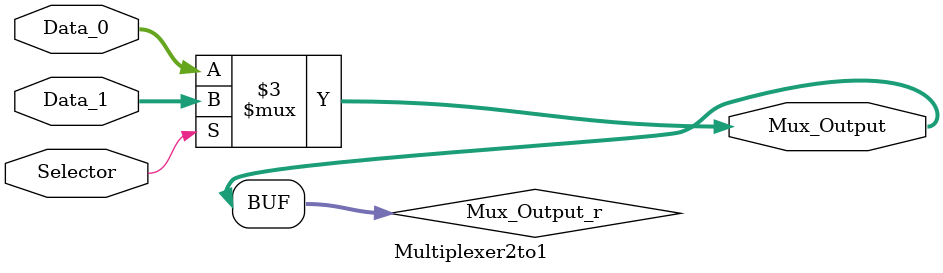
<source format=v>
/******************************************************************
* Description
*	This is an 2 to 1 behavioral multiplexer that can be parameterized in its bit-width.
*	1.0
* Author:
*	Diego Eduardo Reyna Cruz
* Date:
*	26/06/2020
******************************************************************/
module Multiplexer2to1
#(
	parameter N_BITS = 8
)
(
	// Input Ports
	input Selector,
	input [N_BITS-1:0] Data_0,
	input [N_BITS-1:0] Data_1,
	
	// Output Ports
	output [N_BITS-1:0] Mux_Output

);


reg [N_BITS-1:0] Mux_Output_r;

always@(Selector, Data_1,Data_0) begin
	if (Selector)
		Mux_Output_r = Data_1;
	else 
		Mux_Output_r = Data_0;
end 

assign Mux_Output = Mux_Output_r;

endmodule 
</source>
